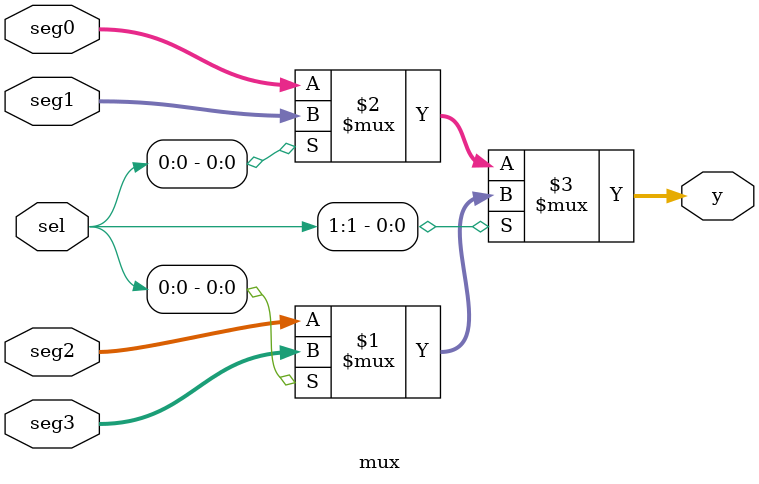
<source format=v>
`default_nettype none
`timescale 1ns/1ns

module mux#(
    parameter DATA = 4
)(
    input wire [DATA-1:0] seg0, seg1, seg2, seg3,
    input wire [1:0] sel,
    output wire [DATA-1:0] y
);

    assign y = (sel[1] ? (sel[0] ? seg3 : seg2) : (sel[0] ? seg1 : seg0));

endmodule




</source>
